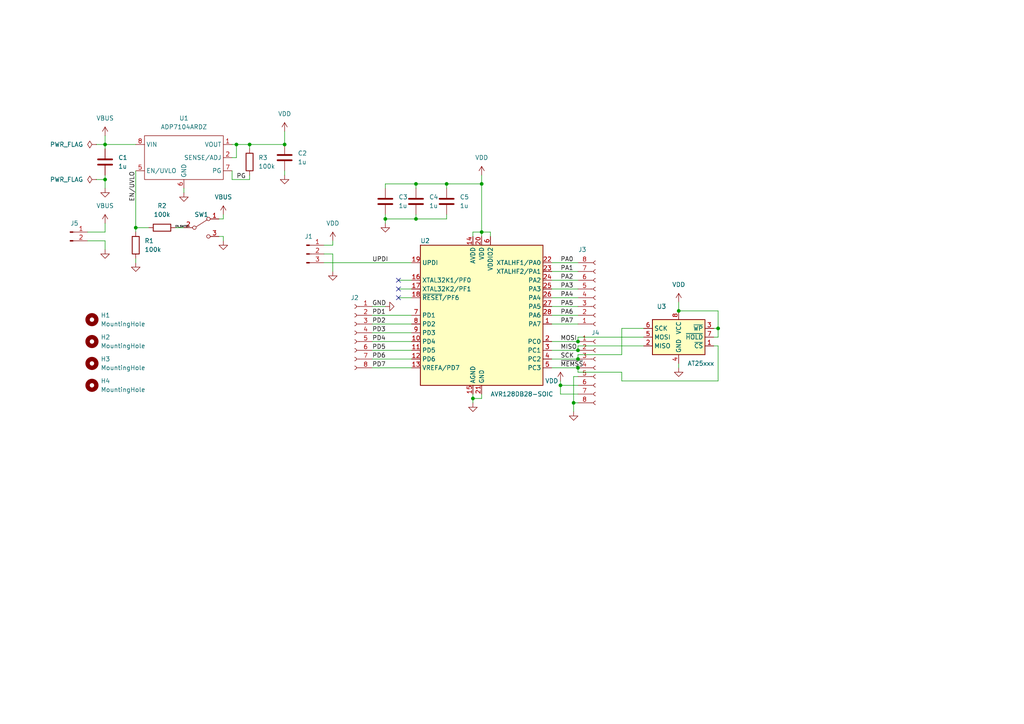
<source format=kicad_sch>
(kicad_sch (version 20211123) (generator eeschema)
  (paper "A4")
  (title_block (title "dAratus AVR128DB28 Micro-controller Board") (rev "1.0"))
  (lib_symbols
    (symbol "Connector:Conn_01x02_Male" (pin_names (offset 1.016) hide)
      (property "Reference" "J" (at 0 2.54 0))
      (property "Value" "Conn_01x02_Male" (at 0 -5.08 0))
      (symbol "Conn_01x02_Male_1_1"
        (polyline (pts (xy 1.27 -2.54) (xy 0.8636 -2.54)) (stroke (width 0.1524)))
        (polyline (pts (xy 1.27 0) (xy 0.8636 0)) (stroke (width 0.1524)))
        (rectangle (start 0.8636 -2.413) (end 0 -2.667) (stroke (width 0.1524)) (fill (type outline)))
        (rectangle (start 0.8636 0.127) (end 0 -0.127) (stroke (width 0.1524)) (fill (type outline)))
        (pin passive line (at 5.08 0 180) (length 3.81) (name "Pin_1") (number "1"))
        (pin passive line (at 5.08 -2.54 180) (length 3.81) (name "Pin_2") (number "2"))
      )
    )
    (symbol "Connector:Conn_01x03_Male" (pin_names (offset 1.016) hide)
      (property "Reference" "J" (at 0 5.08 0))
      (property "Value" "Conn_01x03_Male" (at 0 -5.08 0))
      (symbol "Conn_01x03_Male_1_1"
        (polyline (pts (xy 1.27 -2.54) (xy 0.8636 -2.54)) (stroke (width 0.1524)))
        (polyline (pts (xy 1.27 0) (xy 0.8636 0)) (stroke (width 0.1524)))
        (polyline (pts (xy 1.27 2.54) (xy 0.8636 2.54)) (stroke (width 0.1524)))
        (rectangle (start 0.8636 -2.413) (end 0 -2.667) (stroke (width 0.1524)) (fill (type outline)))
        (rectangle (start 0.8636 0.127) (end 0 -0.127) (stroke (width 0.1524)) (fill (type outline)))
        (rectangle (start 0.8636 2.667) (end 0 2.413) (stroke (width 0.1524)) (fill (type outline)))
        (pin passive line (at 5.08 2.54 180) (length 3.81) (name "Pin_1") (number "1"))
        (pin passive line (at 5.08 0 180) (length 3.81) (name "Pin_2") (number "2"))
        (pin passive line (at 5.08 -2.54 180) (length 3.81) (name "Pin_3") (number "3"))
      )
    )
    (symbol "Connector:Conn_01x08_Female" (pin_names (offset 1.016) hide)
      (property "Reference" "J" (at 0 10.16 0))
      (property "Value" "Conn_01x08_Female" (at 0 -12.7 0))
      (symbol "Conn_01x08_Female_1_1"
        (arc (start 0 -9.652) (mid -0.508 -10.16) (end 0 -10.668) (stroke (width 0.1524)))
        (arc (start 0 -7.112) (mid -0.508 -7.62) (end 0 -8.128) (stroke (width 0.1524)))
        (arc (start 0 -4.572) (mid -0.508 -5.08) (end 0 -5.588) (stroke (width 0.1524)))
        (arc (start 0 -2.032) (mid -0.508 -2.54) (end 0 -3.048) (stroke (width 0.1524)))
        (polyline (pts (xy -1.27 -10.16) (xy -0.508 -10.16)) (stroke (width 0.1524)))
        (polyline (pts (xy -1.27 -7.62) (xy -0.508 -7.62)) (stroke (width 0.1524)))
        (polyline (pts (xy -1.27 -5.08) (xy -0.508 -5.08)) (stroke (width 0.1524)))
        (polyline (pts (xy -1.27 -2.54) (xy -0.508 -2.54)) (stroke (width 0.1524)))
        (polyline (pts (xy -1.27 0) (xy -0.508 0)) (stroke (width 0.1524)))
        (polyline (pts (xy -1.27 2.54) (xy -0.508 2.54)) (stroke (width 0.1524)))
        (polyline (pts (xy -1.27 5.08) (xy -0.508 5.08)) (stroke (width 0.1524)))
        (polyline (pts (xy -1.27 7.62) (xy -0.508 7.62)) (stroke (width 0.1524)))
        (arc (start 0 0.508) (mid -0.508 0) (end 0 -0.508) (stroke (width 0.1524)))
        (arc (start 0 3.048) (mid -0.508 2.54) (end 0 2.032) (stroke (width 0.1524)))
        (arc (start 0 5.588) (mid -0.508 5.08) (end 0 4.572) (stroke (width 0.1524)))
        (arc (start 0 8.128) (mid -0.508 7.62) (end 0 7.112) (stroke (width 0.1524)))
        (pin passive line (at -5.08 7.62 0) (length 3.81) (name "Pin_1") (number "1"))
        (pin passive line (at -5.08 5.08 0) (length 3.81) (name "Pin_2") (number "2"))
        (pin passive line (at -5.08 2.54 0) (length 3.81) (name "Pin_3") (number "3"))
        (pin passive line (at -5.08 0 0) (length 3.81) (name "Pin_4") (number "4"))
        (pin passive line (at -5.08 -2.54 0) (length 3.81) (name "Pin_5") (number "5"))
        (pin passive line (at -5.08 -5.08 0) (length 3.81) (name "Pin_6") (number "6"))
        (pin passive line (at -5.08 -7.62 0) (length 3.81) (name "Pin_7") (number "7"))
        (pin passive line (at -5.08 -10.16 0) (length 3.81) (name "Pin_8") (number "8"))
      )
    )
    (symbol "Device:C" (pin_numbers hide) (pin_names (offset 0.254))
      (property "Reference" "C" (at 0.635 2.54 0))
      (property "Value" "C" (at 0.635 -2.54 0))
      (symbol "C_0_1"
        (polyline (pts (xy -2.032 -0.762) (xy 2.032 -0.762)) (stroke (width 0.508)))
        (polyline (pts (xy -2.032 0.762) (xy 2.032 0.762)) (stroke (width 0.508)))
      )
      (symbol "C_1_1"
        (pin passive line (at 0 3.81 270) (length 2.794) (name "~") (number "1"))
        (pin passive line (at 0 -3.81 90) (length 2.794) (name "~") (number "2"))
      )
    )
    (symbol "Device:R" (pin_numbers hide) (pin_names (offset 0))
      (property "Reference" "R" (at 2.032 0 90))
      (property "Value" "R" (at 0 0 90))
      (symbol "R_0_1"
        (rectangle (start -1.016 -2.54) (end 1.016 2.54) (stroke (width 0.254)))
      )
      (symbol "R_1_1"
        (pin passive line (at 0 3.81 270) (length 1.27) (name "~") (number "1"))
        (pin passive line (at 0 -3.81 90) (length 1.27) (name "~") (number "2"))
      )
    )
    (symbol "MCU_Microchip_AVR_Dx:AVR128DB28x-xSO"
      (property "Reference" "U" (at -17.78 21.59 0))
      (property "Value" "AVR128DB28x-xSO" (at 2.54 -21.59 0))
      (symbol "AVR128DB28x-xSO_0_1"
        (rectangle (start -17.78 20.32) (end 17.78 -20.32) (stroke (width 0.254)) (fill (type background)))
      )
      (symbol "AVR128DB28x-xSO_1_1"
        (pin bidirectional line (at 20.32 -2.54 180) (length 2.54) (name "PA7") (number "1"))
        (pin bidirectional line (at -20.32 -7.62 0) (length 2.54) (name "PD4") (number "10"))
        (pin bidirectional line (at -20.32 -10.16 0) (length 2.54) (name "PD5") (number "11"))
        (pin bidirectional line (at -20.32 -12.7 0) (length 2.54) (name "PD6") (number "12"))
        (pin bidirectional line (at -20.32 -15.24 0) (length 2.54) (name "VREFA/PD7") (number "13"))
        (pin power_in line (at -2.54 22.86 270) (length 2.54) (name "AVDD") (number "14"))
        (pin power_in line (at -2.54 -22.86 90) (length 2.54) (name "AGND") (number "15"))
        (pin bidirectional line (at -20.32 10.16 0) (length 2.54) (name "XTAL32K1/PF0") (number "16"))
        (pin bidirectional line (at -20.32 7.62 0) (length 2.54) (name "XTAL32K2/PF1") (number "17"))
        (pin bidirectional line (at -20.32 5.08 0) (length 2.54) (name "~{RESET}/PF6") (number "18"))
        (pin input line (at -20.32 15.24 0) (length 2.54) (name "UPDI") (number "19"))
        (pin bidirectional line (at 20.32 -7.62 180) (length 2.54) (name "PC0") (number "2"))
        (pin power_in line (at 0 22.86 270) (length 2.54) (name "VDD") (number "20"))
        (pin power_in line (at 0 -22.86 90) (length 2.54) (name "GND") (number "21"))
        (pin bidirectional line (at 20.32 15.24 180) (length 2.54) (name "XTALHF1/PA0") (number "22"))
        (pin bidirectional line (at 20.32 12.7 180) (length 2.54) (name "XTALHF2/PA1") (number "23"))
        (pin bidirectional line (at 20.32 10.16 180) (length 2.54) (name "PA2") (number "24"))
        (pin bidirectional line (at 20.32 7.62 180) (length 2.54) (name "PA3") (number "25"))
        (pin bidirectional line (at 20.32 5.08 180) (length 2.54) (name "PA4") (number "26"))
        (pin bidirectional line (at 20.32 2.54 180) (length 2.54) (name "PA5") (number "27"))
        (pin bidirectional line (at 20.32 0 180) (length 2.54) (name "PA6") (number "28"))
        (pin bidirectional line (at 20.32 -10.16 180) (length 2.54) (name "PC1") (number "3"))
        (pin bidirectional line (at 20.32 -12.7 180) (length 2.54) (name "PC2") (number "4"))
        (pin bidirectional line (at 20.32 -15.24 180) (length 2.54) (name "PC3") (number "5"))
        (pin power_in line (at 2.54 22.86 270) (length 2.54) (name "VDDIO2") (number "6"))
        (pin bidirectional line (at -20.32 0 0) (length 2.54) (name "PD1") (number "7"))
        (pin bidirectional line (at -20.32 -2.54 0) (length 2.54) (name "PD2") (number "8"))
        (pin bidirectional line (at -20.32 -5.08 0) (length 2.54) (name "PD3") (number "9"))
      )
    )
    (symbol "Mechanical:MountingHole" (pin_names (offset 1.016))
      (property "Reference" "H" (at 0 5.08 0))
      (property "Value" "MountingHole" (at 0 3.175 0))
      (symbol "MountingHole_0_1"
        (circle (center 0 0) (radius 1.27) (stroke (width 1.27)))
      )
    )
    (symbol "Memory_EEPROM:AT25xxx"
      (property "Reference" "U" (at -7.62 6.35 0))
      (property "Value" "AT25xxx" (at 2.54 -6.35 0))
      (symbol "AT25xxx_1_1"
        (rectangle (start -7.62 5.08) (end 7.62 -5.08) (stroke (width 0.254)) (fill (type background)))
        (pin input line (at -10.16 -2.54 0) (length 2.54) (name "~{CS}") (number "1"))
        (pin tri_state line (at 10.16 -2.54 180) (length 2.54) (name "MISO") (number "2"))
        (pin input line (at -10.16 2.54 0) (length 2.54) (name "~{WP}") (number "3"))
        (pin power_in line (at 0 -7.62 90) (length 2.54) (name "GND") (number "4"))
        (pin input line (at 10.16 0 180) (length 2.54) (name "MOSI") (number "5"))
        (pin input line (at 10.16 2.54 180) (length 2.54) (name "SCK") (number "6"))
        (pin input line (at -10.16 0 0) (length 2.54) (name "~{HOLD}") (number "7"))
        (pin power_in line (at 0 7.62 270) (length 2.54) (name "VCC") (number "8"))
      )
    )
    (symbol "Switch:SW_SPDT" (pin_names (offset 0) hide)
      (property "Reference" "SW" (at 0 4.318 0))
      (property "Value" "SW_SPDT" (at 0 -5.08 0))
      (symbol "SW_SPDT_0_0"
        (circle (center -2.032 0) (radius 0.508))
        (circle (center 2.032 -2.54) (radius 0.508))
      )
      (symbol "SW_SPDT_0_1"
        (polyline (pts (xy -1.524 0.254) (xy 1.651 2.286)))
        (circle (center 2.032 2.54) (radius 0.508))
      )
      (symbol "SW_SPDT_1_1"
        (pin passive line (at 5.08 2.54 180) (length 2.54) (name "A") (number "1"))
        (pin passive line (at -5.08 0 0) (length 2.54) (name "B") (number "2"))
        (pin passive line (at 5.08 -2.54 180) (length 2.54) (name "C") (number "3"))
      )
    )
    (symbol "lib:ADP7104ARDZ"
      (property "Reference" "U" (at -10.16 7.62 0))
      (property "Value" "ADP7104ARDZ" (at 7.62 -7.62 0))
      (symbol "ADP7104ARDZ_0_1"
        (rectangle (start -11.43 6.35) (end 11.43 -6.35))
      )
      (symbol "ADP7104ARDZ_1_1"
        (pin power_out line (at 13.97 3.81 180) (length 2.54) (name "VOUT") (number "1"))
        (pin input line (at 13.97 0 180) (length 2.54) (name "SENSE/ADJ") (number "2"))
        (pin passive line (at 0 -8.89 90) (length 2.54) hide (name "GND3") (number "3"))
        (pin input line (at -13.97 -3.81 0) (length 2.54) (name "EN/UVLO") (number "5"))
        (pin power_in line (at 0 -8.89 90) (length 2.54) (name "GND") (number "6"))
        (pin output line (at 13.97 -3.81 180) (length 2.54) (name "PG") (number "7"))
        (pin power_in line (at -13.97 3.81 0) (length 2.54) (name "VIN") (number "8"))
        (pin passive line (at 0 -8.89 90) (length 2.54) hide (name "EPAD") (number "9"))
      )
    )
    (symbol "power:GND" (power) (pin_names (offset 0))
      (property "Value" "GND" (at 0 -3.81 0))
      (symbol "GND_0_1"
        (polyline (pts (xy 0 0) (xy 0 -1.27) (xy 1.27 -1.27) (xy 0 -2.54) (xy -1.27 -1.27) (xy 0 -1.27)))
      )
      (symbol "GND_1_1"
        (pin power_in line (at 0 0 270) (length 0) hide (name "GND") (number "1"))
      )
    )
    (symbol "power:PWR_FLAG" (power) (pin_numbers hide) (pin_names (offset 0) hide)
      (property "Value" "PWR_FLAG" (at 0 3.81 0))
      (symbol "PWR_FLAG_0_0"
        (pin power_out line (at 0 0 90) (length 0) (name "pwr") (number "1"))
      )
      (symbol "PWR_FLAG_0_1"
        (polyline (pts (xy 0 0) (xy 0 1.27) (xy -1.016 1.905) (xy 0 2.54) (xy 1.016 1.905) (xy 0 1.27)))
      )
    )
    (symbol "power:VBUS" (power) (pin_names (offset 0))
      (property "Value" "VBUS" (at 0 3.81 0))
      (symbol "VBUS_0_1"
        (polyline (pts (xy -0.762 1.27) (xy 0 2.54)))
        (polyline (pts (xy 0 0) (xy 0 2.54)))
        (polyline (pts (xy 0 2.54) (xy 0.762 1.27)))
      )
      (symbol "VBUS_1_1"
        (pin power_in line (at 0 0 90) (length 0) hide (name "VBUS") (number "1"))
      )
    )
    (symbol "power:VDD" (power) (pin_names (offset 0))
      (property "Value" "VDD" (at 0 3.81 0))
      (symbol "VDD_0_1"
        (polyline (pts (xy -0.762 1.27) (xy 0 2.54)))
        (polyline (pts (xy 0 0) (xy 0 2.54)))
        (polyline (pts (xy 0 2.54) (xy 0.762 1.27)))
      )
      (symbol "VDD_1_1"
        (pin power_in line (at 0 0 90) (length 0) hide (name "VDD") (number "1"))
      )
    )
  )
  (junction (at 30.48 52.07))
  (junction (at 139.7 53.34))
  (junction (at 208.28 95.25))
  (junction (at 167.64 106.68))
  (junction (at 166.37 116.84))
  (junction (at 39.37 66.04))
  (junction (at 196.85 90.17))
  (junction (at 162.56 111.76))
  (junction (at 120.65 63.5))
  (junction (at 167.64 99.06))
  (junction (at 137.16 115.57))
  (junction (at 68.58 41.91))
  (junction (at 167.64 101.6))
  (junction (at 82.55 41.91))
  (junction (at 30.48 41.91))
  (junction (at 111.76 63.5))
  (junction (at 139.7 67.31))
  (junction (at 129.54 53.34))
  (junction (at 72.39 41.91))
  (junction (at 120.65 53.34))
  (junction (at 167.64 104.14))
  (no_connect (at 115.57 83.82))
  (no_connect (at 115.57 81.28))
  (no_connect (at 115.57 86.36))
  (wire (pts (xy 25.4 67.31) (xy 30.48 67.31)))
  (wire (pts (xy 30.48 39.37) (xy 30.48 41.91)))
  (wire (pts (xy 68.58 41.91) (xy 72.39 41.91)))
  (wire (pts (xy 137.16 115.57) (xy 137.16 116.84)))
  (wire (pts (xy 142.24 68.58) (xy 142.24 67.31)))
  (wire (pts (xy 160.02 99.06) (xy 167.64 99.06)))
  (wire (pts (xy 27.94 52.07) (xy 30.48 52.07)))
  (wire (pts (xy 111.76 62.23) (xy 111.76 63.5)))
  (wire (pts (xy 39.37 74.93) (xy 39.37 76.2)))
  (wire (pts (xy 30.48 67.31) (xy 30.48 64.77)))
  (wire (pts (xy 167.64 116.84) (xy 166.37 116.84)))
  (wire (pts (xy 107.95 91.44) (xy 119.38 91.44)))
  (wire (pts (xy 139.7 67.31) (xy 139.7 68.58)))
  (wire (pts (xy 82.55 49.53) (xy 82.55 50.8)))
  (wire (pts (xy 96.52 69.85) (xy 96.52 71.12)))
  (wire (pts (xy 72.39 41.91) (xy 72.39 43.18)))
  (wire (pts (xy 180.34 102.87) (xy 167.64 102.87)))
  (wire (pts (xy 111.76 54.61) (xy 111.76 53.34)))
  (wire (pts (xy 27.94 41.91) (xy 30.48 41.91)))
  (wire (pts (xy 167.64 109.22) (xy 166.37 109.22)))
  (wire (pts (xy 196.85 90.17) (xy 208.28 90.17)))
  (wire (pts (xy 162.56 110.49) (xy 162.56 111.76)))
  (wire (pts (xy 63.5 63.5) (xy 64.77 63.5)))
  (wire (pts (xy 160.02 86.36) (xy 167.64 86.36)))
  (wire (pts (xy 167.64 100.33) (xy 167.64 101.6)))
  (wire (pts (xy 207.01 100.33) (xy 208.28 100.33)))
  (wire (pts (xy 160.02 93.98) (xy 167.64 93.98)))
  (wire (pts (xy 25.4 69.85) (xy 30.48 69.85)))
  (wire (pts (xy 160.02 88.9) (xy 167.64 88.9)))
  (wire (pts (xy 115.57 86.36) (xy 119.38 86.36)))
  (wire (pts (xy 129.54 53.34) (xy 139.7 53.34)))
  (wire (pts (xy 207.01 97.79) (xy 208.28 97.79)))
  (wire (pts (xy 30.48 41.91) (xy 30.48 43.18)))
  (wire (pts (xy 107.95 101.6) (xy 119.38 101.6)))
  (wire (pts (xy 166.37 116.84) (xy 166.37 119.38)))
  (wire (pts (xy 129.54 54.61) (xy 129.54 53.34)))
  (wire (pts (xy 139.7 67.31) (xy 142.24 67.31)))
  (wire (pts (xy 30.48 69.85) (xy 30.48 72.39)))
  (wire (pts (xy 72.39 41.91) (xy 82.55 41.91)))
  (wire (pts (xy 207.01 95.25) (xy 208.28 95.25)))
  (wire (pts (xy 129.54 62.23) (xy 129.54 63.5)))
  (wire (pts (xy 208.28 95.25) (xy 208.28 90.17)))
  (wire (pts (xy 160.02 91.44) (xy 167.64 91.44)))
  (wire (pts (xy 111.76 63.5) (xy 120.65 63.5)))
  (wire (pts (xy 160.02 81.28) (xy 167.64 81.28)))
  (wire (pts (xy 137.16 115.57) (xy 139.7 115.57)))
  (wire (pts (xy 111.76 63.5) (xy 111.76 64.77)))
  (wire (pts (xy 82.55 38.1) (xy 82.55 41.91)))
  (wire (pts (xy 72.39 50.8) (xy 72.39 52.07)))
  (wire (pts (xy 63.5 68.58) (xy 64.77 68.58)))
  (wire (pts (xy 196.85 105.41) (xy 196.85 106.68)))
  (wire (pts (xy 208.28 95.25) (xy 208.28 97.79)))
  (wire (pts (xy 50.8 66.04) (xy 53.34 66.04)))
  (wire (pts (xy 30.48 52.07) (xy 30.48 54.61)))
  (wire (pts (xy 30.48 50.8) (xy 30.48 52.07)))
  (wire (pts (xy 93.98 71.12) (xy 96.52 71.12)))
  (wire (pts (xy 160.02 76.2) (xy 167.64 76.2)))
  (wire (pts (xy 167.64 114.3) (xy 162.56 114.3)))
  (wire (pts (xy 180.34 110.49) (xy 208.28 110.49)))
  (wire (pts (xy 120.65 62.23) (xy 120.65 63.5)))
  (wire (pts (xy 68.58 41.91) (xy 68.58 45.72)))
  (wire (pts (xy 167.64 102.87) (xy 167.64 104.14)))
  (wire (pts (xy 107.95 93.98) (xy 119.38 93.98)))
  (wire (pts (xy 53.34 54.61) (xy 53.34 55.88)))
  (wire (pts (xy 64.77 68.58) (xy 64.77 69.85)))
  (wire (pts (xy 67.31 41.91) (xy 68.58 41.91)))
  (wire (pts (xy 160.02 106.68) (xy 167.64 106.68)))
  (wire (pts (xy 96.52 73.66) (xy 96.52 78.74)))
  (wire (pts (xy 186.69 100.33) (xy 167.64 100.33)))
  (wire (pts (xy 107.95 88.9) (xy 111.76 88.9)))
  (wire (pts (xy 39.37 49.53) (xy 39.37 66.04)))
  (wire (pts (xy 166.37 109.22) (xy 166.37 116.84)))
  (wire (pts (xy 93.98 76.2) (xy 119.38 76.2)))
  (wire (pts (xy 67.31 52.07) (xy 72.39 52.07)))
  (wire (pts (xy 107.95 104.14) (xy 119.38 104.14)))
  (wire (pts (xy 67.31 49.53) (xy 67.31 52.07)))
  (wire (pts (xy 160.02 104.14) (xy 167.64 104.14)))
  (wire (pts (xy 137.16 114.3) (xy 137.16 115.57)))
  (wire (pts (xy 120.65 53.34) (xy 129.54 53.34)))
  (wire (pts (xy 186.69 95.25) (xy 180.34 95.25)))
  (wire (pts (xy 139.7 53.34) (xy 139.7 67.31)))
  (wire (pts (xy 120.65 63.5) (xy 129.54 63.5)))
  (wire (pts (xy 39.37 66.04) (xy 43.18 66.04)))
  (wire (pts (xy 120.65 53.34) (xy 120.65 54.61)))
  (wire (pts (xy 107.95 96.52) (xy 119.38 96.52)))
  (wire (pts (xy 107.95 99.06) (xy 119.38 99.06)))
  (wire (pts (xy 186.69 97.79) (xy 167.64 97.79)))
  (wire (pts (xy 111.76 53.34) (xy 120.65 53.34)))
  (wire (pts (xy 180.34 107.95) (xy 180.34 110.49)))
  (wire (pts (xy 160.02 101.6) (xy 167.64 101.6)))
  (wire (pts (xy 64.77 62.23) (xy 64.77 63.5)))
  (wire (pts (xy 115.57 83.82) (xy 119.38 83.82)))
  (wire (pts (xy 107.95 106.68) (xy 119.38 106.68)))
  (wire (pts (xy 39.37 66.04) (xy 39.37 67.31)))
  (wire (pts (xy 39.37 41.91) (xy 30.48 41.91)))
  (wire (pts (xy 208.28 100.33) (xy 208.28 110.49)))
  (wire (pts (xy 137.16 67.31) (xy 139.7 67.31)))
  (wire (pts (xy 162.56 111.76) (xy 167.64 111.76)))
  (wire (pts (xy 115.57 81.28) (xy 119.38 81.28)))
  (wire (pts (xy 167.64 107.95) (xy 167.64 106.68)))
  (wire (pts (xy 160.02 83.82) (xy 167.64 83.82)))
  (wire (pts (xy 67.31 45.72) (xy 68.58 45.72)))
  (wire (pts (xy 167.64 107.95) (xy 180.34 107.95)))
  (wire (pts (xy 167.64 97.79) (xy 167.64 99.06)))
  (wire (pts (xy 139.7 114.3) (xy 139.7 115.57)))
  (wire (pts (xy 139.7 50.8) (xy 139.7 53.34)))
  (wire (pts (xy 160.02 78.74) (xy 167.64 78.74)))
  (wire (pts (xy 137.16 68.58) (xy 137.16 67.31)))
  (wire (pts (xy 180.34 95.25) (xy 180.34 102.87)))
  (wire (pts (xy 93.98 73.66) (xy 96.52 73.66)))
  (wire (pts (xy 162.56 111.76) (xy 162.56 114.3)))
  (wire (pts (xy 196.85 87.63) (xy 196.85 90.17)))
  (label "PD3" (at 107.95 96.52 0))
  (label "PD5" (at 107.95 101.6 0))
  (label "PD2" (at 107.95 93.98 0))
  (label "PA3" (at 162.56 83.82 0))
  (label "PD7" (at 107.95 106.68 0))
  (label "SCK" (at 162.56 104.14 0))
  (label "~{MEMSS}" (at 162.56 106.68 0))
  (label "GND" (at 107.95 88.9 0))
  (label "PA7" (at 162.56 93.98 0))
  (label "UPDI" (at 107.95 76.2 0))
  (label "PA1" (at 162.56 78.74 0))
  (label "EN_SWITCH" (at 50.8 66.04 0) (effects (font (size 0.5 0.5))))
  (label "PD6" (at 107.95 104.14 0))
  (label "PA5" (at 162.56 88.9 0))
  (label "PG" (at 68.58 52.07 0))
  (label "PA4" (at 162.56 86.36 0))
  (label "PD1" (at 107.95 91.44 0))
  (label "MOSI" (at 162.56 99.06 0))
  (label "EN{slash}UVLO" (at 39.37 58.42 90))
  (label "PA2" (at 162.56 81.28 0))
  (label "MISO" (at 162.56 101.6 0))
  (label "PA6" (at 162.56 91.44 0))
  (label "PD4" (at 107.95 99.06 0))
  (label "PA0" (at 162.56 76.2 0))
  (symbol (lib_id "Memory_EEPROM:AT25xxx") (at 196.85 97.79 0) (mirror y) (unit 1)
    (property "Reference" "U3" (at 190.5 88.9 0) (effects (justify right)))
    (property "Value" "AT25xxx" (at 199.39 105.41 0) (effects (justify right)))
    (property "Footprint" "Package_SO:SOIC-8_3.9x4.9mm_P1.27mm" (effects hide))
    (property "Datasheet" "http://ww1.microchip.com/downloads/en/DeviceDoc/Atmel-8707-SEEPROM-AT25010B-020B-040B-Datasheet.pdf" (effects hide))
  )
  (symbol (lib_id "power:GND") (at 82.55 50.8 0) (unit 1)
    (property "Reference" "#PWR0103" (effects hide))
    (property "Value" "GND" (effects hide))
  )
  (symbol (lib_id "power:VDD") (at 196.85 87.63 0) (unit 1)
    (property "Reference" "#PWR0114" (effects hide))
    (property "Value" "VDD" (at 196.85 82.55 0))
  )
  (symbol (lib_id "Device:C") (at 82.55 45.72 0) (unit 1)
    (property "Reference" "C2" (at 86.36 44.4499 0) (effects (justify left)))
    (property "Value" "1u" (at 86.36 46.9899 0) (effects (justify left)))
    (property "Footprint" "Capacitor_SMD:C_0805_2012Metric" (effects hide))
  )
  (symbol (lib_id "power:GND") (at 30.48 54.61 0) (unit 1)
    (property "Reference" "#PWR0106" (effects hide))
    (property "Value" "GND" (effects hide))
  )
  (symbol (lib_id "power:GND") (at 111.76 64.77 0) (unit 1)
    (property "Reference" "#PWR0104" (effects hide))
    (property "Value" "GND" (effects hide))
  )
  (symbol (lib_id "Connector:Conn_01x08_Female") (at 172.72 106.68 0) (unit 1)
    (property "Reference" "J4" (at 172.72 96.52 0))
    (property "Value" "Conn_01x08_Female" (effects hide))
    (property "Footprint" "Connector_PinHeader_2.54mm:PinHeader_1x08_P2.54mm_Vertical" (effects hide))
  )
  (symbol (lib_id "power:GND") (at 96.52 78.74 0) (unit 1)
    (property "Reference" "#PWR03" (effects hide))
    (property "Value" "GND" (effects hide))
  )
  (symbol (lib_id "Device:R") (at 72.39 46.99 0) (unit 1)
    (property "Reference" "R3" (at 74.93 45.7199 0) (effects (justify left)))
    (property "Value" "100k" (at 74.93 48.2599 0) (effects (justify left)))
    (property "Footprint" "Resistor_SMD:R_0805_2012Metric" (effects hide))
  )
  (symbol (lib_id "power:VDD") (at 139.7 50.8 0) (unit 1)
    (property "Reference" "#PWR0101" (effects hide))
    (property "Value" "VDD" (at 139.7 45.72 0))
  )
  (symbol (lib_id "Connector:Conn_01x08_Female") (at 172.72 86.36 0) (mirror x) (unit 1)
    (property "Reference" "J3" (at 168.91 72.39 0))
    (property "Value" "Conn_01x08_Female" (effects hide))
    (property "Footprint" "Connector_PinHeader_2.54mm:PinHeader_1x08_P2.54mm_Vertical" (effects hide))
  )
  (symbol (lib_id "Switch:SW_SPDT") (at 58.42 66.04 0) (unit 1)
    (property "Reference" "SW1" (at 58.42 62.23 0))
    (property "Value" "SW_SPDT" (effects hide))
    (property "Footprint" "lib:EAO_SPDT_90_10290" (effects hide))
  )
  (symbol (lib_id "Mechanical:MountingHole") (at 26.67 105.41 0) (unit 1)
    (property "Reference" "H3" (at 29.21 104.1399 0) (effects (justify left)))
    (property "Value" "MountingHole" (at 29.21 106.6799 0) (effects (justify left)))
    (property "Footprint" "MountingHole:MountingHole_3.2mm_M3" (effects hide))
  )
  (symbol (lib_id "power:VBUS") (at 30.48 64.77 0) (unit 1)
    (property "Reference" "#PWR0117" (effects hide))
    (property "Value" "VBUS" (at 30.48 59.69 0))
  )
  (symbol (lib_id "Device:C") (at 111.76 58.42 0) (unit 1)
    (property "Reference" "C3" (at 115.57 57.1499 0) (effects (justify left)))
    (property "Value" "1u" (at 115.57 59.6899 0) (effects (justify left)))
    (property "Footprint" "Capacitor_SMD:C_0805_2012Metric" (effects hide))
  )
  (symbol (lib_id "power:VDD") (at 96.52 69.85 0) (unit 1)
    (property "Reference" "#PWR0115" (effects hide))
    (property "Value" "VDD" (at 96.52 64.77 0))
  )
  (symbol (lib_id "Device:R") (at 46.99 66.04 90) (unit 1)
    (property "Reference" "R2" (at 46.99 59.69 90))
    (property "Value" "100k" (at 46.99 62.23 90))
    (property "Footprint" "Resistor_SMD:R_0805_2012Metric" (effects hide))
  )
  (symbol (lib_id "power:PWR_FLAG") (at 27.94 41.91 90) (unit 1)
    (property "Reference" "#FLG0101" (effects hide))
    (property "Value" "PWR_FLAG" (at 24.13 41.9099 90) (effects (justify left)))
  )
  (symbol (lib_id "power:VBUS") (at 30.48 39.37 0) (unit 1)
    (property "Reference" "#PWR0105" (effects hide))
    (property "Value" "VBUS" (at 30.48 34.29 0))
  )
  (symbol (lib_id "Device:C") (at 129.54 58.42 0) (unit 1)
    (property "Reference" "C5" (at 133.35 57.1499 0) (effects (justify left)))
    (property "Value" "1u" (at 133.35 59.6899 0) (effects (justify left)))
    (property "Footprint" "Capacitor_SMD:C_0805_2012Metric" (effects hide))
  )
  (symbol (lib_id "power:GND") (at 53.34 55.88 0) (unit 1)
    (property "Reference" "#PWR0107" (effects hide))
    (property "Value" "GND" (effects hide))
  )
  (symbol (lib_id "power:VDD") (at 162.56 110.49 0) (unit 1)
    (property "Reference" "#PWR0112" (effects hide))
    (property "Value" "VDD" (at 160.02 110.49 0))
  )
  (symbol (lib_id "Connector:Conn_01x08_Female") (at 102.87 96.52 0) (mirror y) (unit 1)
    (property "Reference" "J2" (at 102.87 86.36 0))
    (property "Value" "Conn_01x08_Female" (effects hide))
    (property "Footprint" "Connector_PinHeader_2.54mm:PinHeader_1x08_P2.54mm_Vertical" (effects hide))
  )
  (symbol (lib_id "power:GND") (at 111.76 88.9 90) (unit 1)
    (property "Reference" "#PWR02" (effects hide))
    (property "Value" "GND" (effects hide))
  )
  (symbol (lib_id "power:GND") (at 137.16 116.84 0) (unit 1)
    (property "Reference" "#PWR0102" (effects hide))
    (property "Value" "GND" (effects hide))
  )
  (symbol (lib_id "power:VDD") (at 82.55 38.1 0) (unit 1)
    (property "Reference" "#PWR0108" (effects hide))
    (property "Value" "VDD" (at 82.55 33.02 0))
  )
  (symbol (lib_id "power:GND") (at 39.37 76.2 0) (unit 1)
    (property "Reference" "#PWR0111" (effects hide))
    (property "Value" "GND" (effects hide))
  )
  (symbol (lib_id "power:GND") (at 64.77 69.85 0) (unit 1)
    (property "Reference" "#PWR0109" (effects hide))
    (property "Value" "GND" (effects hide))
  )
  (symbol (lib_id "Connector:Conn_01x02_Male") (at 20.32 67.31 0) (unit 1)
    (property "Reference" "J5" (at 21.59 64.77 0))
    (property "Value" "Conn_01x02_Male" (effects hide))
    (property "Footprint" "Connector_PinHeader_2.54mm:PinHeader_1x02_P2.54mm_Vertical" (effects hide))
  )
  (symbol (lib_id "Mechanical:MountingHole") (at 26.67 111.76 0) (unit 1)
    (property "Reference" "H4" (at 29.21 110.4899 0) (effects (justify left)))
    (property "Value" "MountingHole" (at 29.21 113.0299 0) (effects (justify left)))
    (property "Footprint" "MountingHole:MountingHole_3.2mm_M3" (effects hide))
  )
  (symbol (lib_id "lib:ADP7104ARDZ") (at 53.34 45.72 0) (unit 1)
    (property "Reference" "U1" (at 53.34 34.29 0))
    (property "Value" "ADP7104ARDZ" (at 53.34 36.83 0))
    (property "Footprint" "lib:ADP7104ARDZ" (effects hide))
  )
  (symbol (lib_id "power:GND") (at 196.85 106.68 0) (unit 1)
    (property "Reference" "#PWR0113" (effects hide))
    (property "Value" "GND" (effects hide))
  )
  (symbol (lib_id "power:VBUS") (at 64.77 62.23 0) (unit 1)
    (property "Reference" "#PWR0110" (effects hide))
    (property "Value" "VBUS" (at 64.77 57.15 0))
  )
  (symbol (lib_id "Mechanical:MountingHole") (at 26.67 99.06 0) (unit 1)
    (property "Reference" "H2" (at 29.21 97.7899 0) (effects (justify left)))
    (property "Value" "MountingHole" (at 29.21 100.3299 0) (effects (justify left)))
    (property "Footprint" "MountingHole:MountingHole_3.2mm_M3" (effects hide))
  )
  (symbol (lib_id "power:GND") (at 30.48 72.39 0) (unit 1)
    (property "Reference" "#PWR0116" (effects hide))
    (property "Value" "GND" (effects hide))
  )
  (symbol (lib_id "MCU_Microchip_AVR_Dx:AVR128DB28x-xSO") (at 139.7 91.44 0) (unit 1)
    (property "Reference" "U2" (at 121.92 69.85 0) (effects (justify left)))
    (property "Value" "AVR128DB28-SOIC" (at 142.24 114.3 0) (effects (justify left)))
    (property "Footprint" "Package_SO:SOIC-28W_7.5x17.9mm_P1.27mm" (effects hide))
    (property "Datasheet" "https://ww1.microchip.com/downloads/en/DeviceDoc/AVR128DB28-32-48-64-DataSheet-DS40002247A.pdf" (effects hide))
  )
  (symbol (lib_id "Device:C") (at 30.48 46.99 0) (unit 1)
    (property "Reference" "C1" (at 34.29 45.7199 0) (effects (justify left)))
    (property "Value" "1u" (at 34.29 48.2599 0) (effects (justify left)))
    (property "Footprint" "Capacitor_SMD:C_0805_2012Metric" (effects hide))
  )
  (symbol (lib_id "Device:C") (at 120.65 58.42 0) (unit 1)
    (property "Reference" "C4" (at 124.46 57.1499 0) (effects (justify left)))
    (property "Value" "1u" (at 124.46 59.6899 0) (effects (justify left)))
    (property "Footprint" "Capacitor_SMD:C_0805_2012Metric" (effects hide))
  )
  (symbol (lib_id "Connector:Conn_01x03_Male") (at 88.9 73.66 0) (unit 1)
    (property "Reference" "J1" (at 89.535 68.58 0))
    (property "Value" "Conn_01x03_Male" (effects hide))
    (property "Footprint" "Connector_PinHeader_2.54mm:PinHeader_1x03_P2.54mm_Vertical" (effects hide))
  )
  (symbol (lib_id "power:PWR_FLAG") (at 27.94 52.07 90) (unit 1)
    (property "Reference" "#FLG0102" (effects hide))
    (property "Value" "PWR_FLAG" (at 24.13 52.0699 90) (effects (justify left)))
  )
  (symbol (lib_id "Mechanical:MountingHole") (at 26.67 92.71 0) (unit 1)
    (property "Reference" "H1" (at 29.21 91.4399 0) (effects (justify left)))
    (property "Value" "MountingHole" (at 29.21 93.9799 0) (effects (justify left)))
    (property "Footprint" "MountingHole:MountingHole_3.2mm_M3" (effects hide))
  )
  (symbol (lib_id "Device:R") (at 39.37 71.12 0) (unit 1)
    (property "Reference" "R1" (at 41.91 69.8499 0) (effects (justify left)))
    (property "Value" "100k" (at 41.91 72.3899 0) (effects (justify left)))
    (property "Footprint" "Resistor_SMD:R_0805_2012Metric" (effects hide))
  )
  (symbol (lib_id "power:GND") (at 166.37 119.38 0) (unit 1)
    (property "Reference" "#PWR05" (effects hide))
    (property "Value" "GND" (effects hide))
  )
)
</source>
